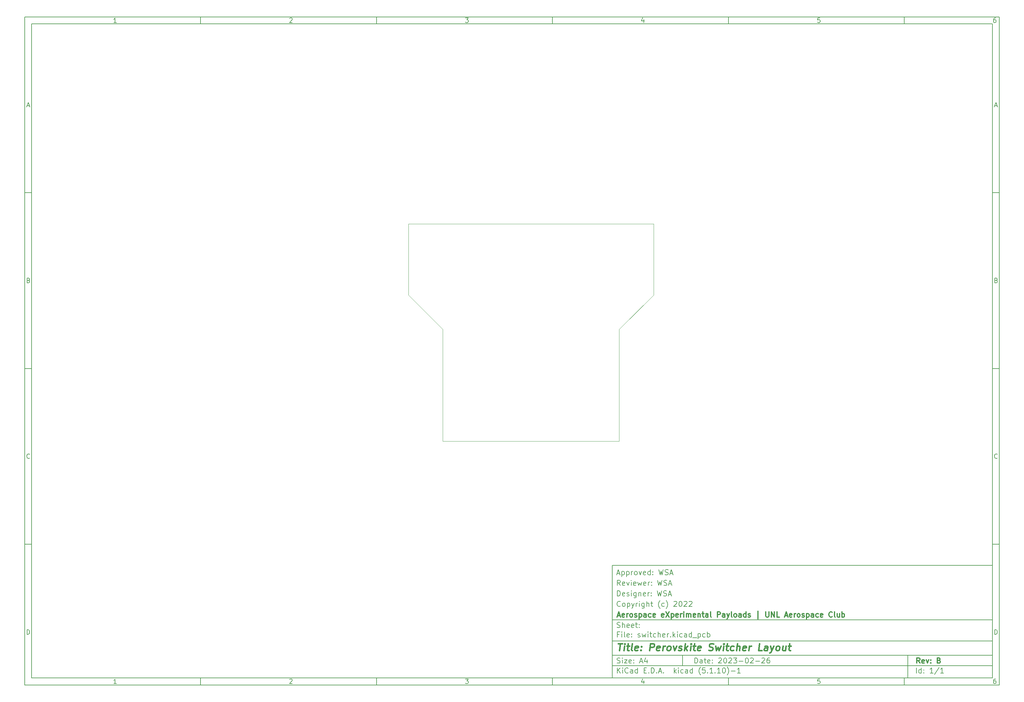
<source format=gbr>
%TF.GenerationSoftware,KiCad,Pcbnew,(5.1.10)-1*%
%TF.CreationDate,2023-02-26T14:00:58-06:00*%
%TF.ProjectId,switcher,73776974-6368-4657-922e-6b696361645f,B*%
%TF.SameCoordinates,Original*%
%TF.FileFunction,Profile,NP*%
%FSLAX46Y46*%
G04 Gerber Fmt 4.6, Leading zero omitted, Abs format (unit mm)*
G04 Created by KiCad (PCBNEW (5.1.10)-1) date 2023-02-26 14:00:58*
%MOMM*%
%LPD*%
G01*
G04 APERTURE LIST*
%ADD10C,0.100000*%
%ADD11C,0.150000*%
%ADD12C,0.300000*%
%ADD13C,0.400000*%
%TA.AperFunction,Profile*%
%ADD14C,0.050000*%
%TD*%
G04 APERTURE END LIST*
D10*
D11*
X177002200Y-166007200D02*
X177002200Y-198007200D01*
X285002200Y-198007200D01*
X285002200Y-166007200D01*
X177002200Y-166007200D01*
D10*
D11*
X10000000Y-10000000D02*
X10000000Y-200007200D01*
X287002200Y-200007200D01*
X287002200Y-10000000D01*
X10000000Y-10000000D01*
D10*
D11*
X12000000Y-12000000D02*
X12000000Y-198007200D01*
X285002200Y-198007200D01*
X285002200Y-12000000D01*
X12000000Y-12000000D01*
D10*
D11*
X60000000Y-12000000D02*
X60000000Y-10000000D01*
D10*
D11*
X110000000Y-12000000D02*
X110000000Y-10000000D01*
D10*
D11*
X160000000Y-12000000D02*
X160000000Y-10000000D01*
D10*
D11*
X210000000Y-12000000D02*
X210000000Y-10000000D01*
D10*
D11*
X260000000Y-12000000D02*
X260000000Y-10000000D01*
D10*
D11*
X36065476Y-11588095D02*
X35322619Y-11588095D01*
X35694047Y-11588095D02*
X35694047Y-10288095D01*
X35570238Y-10473809D01*
X35446428Y-10597619D01*
X35322619Y-10659523D01*
D10*
D11*
X85322619Y-10411904D02*
X85384523Y-10350000D01*
X85508333Y-10288095D01*
X85817857Y-10288095D01*
X85941666Y-10350000D01*
X86003571Y-10411904D01*
X86065476Y-10535714D01*
X86065476Y-10659523D01*
X86003571Y-10845238D01*
X85260714Y-11588095D01*
X86065476Y-11588095D01*
D10*
D11*
X135260714Y-10288095D02*
X136065476Y-10288095D01*
X135632142Y-10783333D01*
X135817857Y-10783333D01*
X135941666Y-10845238D01*
X136003571Y-10907142D01*
X136065476Y-11030952D01*
X136065476Y-11340476D01*
X136003571Y-11464285D01*
X135941666Y-11526190D01*
X135817857Y-11588095D01*
X135446428Y-11588095D01*
X135322619Y-11526190D01*
X135260714Y-11464285D01*
D10*
D11*
X185941666Y-10721428D02*
X185941666Y-11588095D01*
X185632142Y-10226190D02*
X185322619Y-11154761D01*
X186127380Y-11154761D01*
D10*
D11*
X236003571Y-10288095D02*
X235384523Y-10288095D01*
X235322619Y-10907142D01*
X235384523Y-10845238D01*
X235508333Y-10783333D01*
X235817857Y-10783333D01*
X235941666Y-10845238D01*
X236003571Y-10907142D01*
X236065476Y-11030952D01*
X236065476Y-11340476D01*
X236003571Y-11464285D01*
X235941666Y-11526190D01*
X235817857Y-11588095D01*
X235508333Y-11588095D01*
X235384523Y-11526190D01*
X235322619Y-11464285D01*
D10*
D11*
X285941666Y-10288095D02*
X285694047Y-10288095D01*
X285570238Y-10350000D01*
X285508333Y-10411904D01*
X285384523Y-10597619D01*
X285322619Y-10845238D01*
X285322619Y-11340476D01*
X285384523Y-11464285D01*
X285446428Y-11526190D01*
X285570238Y-11588095D01*
X285817857Y-11588095D01*
X285941666Y-11526190D01*
X286003571Y-11464285D01*
X286065476Y-11340476D01*
X286065476Y-11030952D01*
X286003571Y-10907142D01*
X285941666Y-10845238D01*
X285817857Y-10783333D01*
X285570238Y-10783333D01*
X285446428Y-10845238D01*
X285384523Y-10907142D01*
X285322619Y-11030952D01*
D10*
D11*
X60000000Y-198007200D02*
X60000000Y-200007200D01*
D10*
D11*
X110000000Y-198007200D02*
X110000000Y-200007200D01*
D10*
D11*
X160000000Y-198007200D02*
X160000000Y-200007200D01*
D10*
D11*
X210000000Y-198007200D02*
X210000000Y-200007200D01*
D10*
D11*
X260000000Y-198007200D02*
X260000000Y-200007200D01*
D10*
D11*
X36065476Y-199595295D02*
X35322619Y-199595295D01*
X35694047Y-199595295D02*
X35694047Y-198295295D01*
X35570238Y-198481009D01*
X35446428Y-198604819D01*
X35322619Y-198666723D01*
D10*
D11*
X85322619Y-198419104D02*
X85384523Y-198357200D01*
X85508333Y-198295295D01*
X85817857Y-198295295D01*
X85941666Y-198357200D01*
X86003571Y-198419104D01*
X86065476Y-198542914D01*
X86065476Y-198666723D01*
X86003571Y-198852438D01*
X85260714Y-199595295D01*
X86065476Y-199595295D01*
D10*
D11*
X135260714Y-198295295D02*
X136065476Y-198295295D01*
X135632142Y-198790533D01*
X135817857Y-198790533D01*
X135941666Y-198852438D01*
X136003571Y-198914342D01*
X136065476Y-199038152D01*
X136065476Y-199347676D01*
X136003571Y-199471485D01*
X135941666Y-199533390D01*
X135817857Y-199595295D01*
X135446428Y-199595295D01*
X135322619Y-199533390D01*
X135260714Y-199471485D01*
D10*
D11*
X185941666Y-198728628D02*
X185941666Y-199595295D01*
X185632142Y-198233390D02*
X185322619Y-199161961D01*
X186127380Y-199161961D01*
D10*
D11*
X236003571Y-198295295D02*
X235384523Y-198295295D01*
X235322619Y-198914342D01*
X235384523Y-198852438D01*
X235508333Y-198790533D01*
X235817857Y-198790533D01*
X235941666Y-198852438D01*
X236003571Y-198914342D01*
X236065476Y-199038152D01*
X236065476Y-199347676D01*
X236003571Y-199471485D01*
X235941666Y-199533390D01*
X235817857Y-199595295D01*
X235508333Y-199595295D01*
X235384523Y-199533390D01*
X235322619Y-199471485D01*
D10*
D11*
X285941666Y-198295295D02*
X285694047Y-198295295D01*
X285570238Y-198357200D01*
X285508333Y-198419104D01*
X285384523Y-198604819D01*
X285322619Y-198852438D01*
X285322619Y-199347676D01*
X285384523Y-199471485D01*
X285446428Y-199533390D01*
X285570238Y-199595295D01*
X285817857Y-199595295D01*
X285941666Y-199533390D01*
X286003571Y-199471485D01*
X286065476Y-199347676D01*
X286065476Y-199038152D01*
X286003571Y-198914342D01*
X285941666Y-198852438D01*
X285817857Y-198790533D01*
X285570238Y-198790533D01*
X285446428Y-198852438D01*
X285384523Y-198914342D01*
X285322619Y-199038152D01*
D10*
D11*
X10000000Y-60000000D02*
X12000000Y-60000000D01*
D10*
D11*
X10000000Y-110000000D02*
X12000000Y-110000000D01*
D10*
D11*
X10000000Y-160000000D02*
X12000000Y-160000000D01*
D10*
D11*
X10690476Y-35216666D02*
X11309523Y-35216666D01*
X10566666Y-35588095D02*
X11000000Y-34288095D01*
X11433333Y-35588095D01*
D10*
D11*
X11092857Y-84907142D02*
X11278571Y-84969047D01*
X11340476Y-85030952D01*
X11402380Y-85154761D01*
X11402380Y-85340476D01*
X11340476Y-85464285D01*
X11278571Y-85526190D01*
X11154761Y-85588095D01*
X10659523Y-85588095D01*
X10659523Y-84288095D01*
X11092857Y-84288095D01*
X11216666Y-84350000D01*
X11278571Y-84411904D01*
X11340476Y-84535714D01*
X11340476Y-84659523D01*
X11278571Y-84783333D01*
X11216666Y-84845238D01*
X11092857Y-84907142D01*
X10659523Y-84907142D01*
D10*
D11*
X11402380Y-135464285D02*
X11340476Y-135526190D01*
X11154761Y-135588095D01*
X11030952Y-135588095D01*
X10845238Y-135526190D01*
X10721428Y-135402380D01*
X10659523Y-135278571D01*
X10597619Y-135030952D01*
X10597619Y-134845238D01*
X10659523Y-134597619D01*
X10721428Y-134473809D01*
X10845238Y-134350000D01*
X11030952Y-134288095D01*
X11154761Y-134288095D01*
X11340476Y-134350000D01*
X11402380Y-134411904D01*
D10*
D11*
X10659523Y-185588095D02*
X10659523Y-184288095D01*
X10969047Y-184288095D01*
X11154761Y-184350000D01*
X11278571Y-184473809D01*
X11340476Y-184597619D01*
X11402380Y-184845238D01*
X11402380Y-185030952D01*
X11340476Y-185278571D01*
X11278571Y-185402380D01*
X11154761Y-185526190D01*
X10969047Y-185588095D01*
X10659523Y-185588095D01*
D10*
D11*
X287002200Y-60000000D02*
X285002200Y-60000000D01*
D10*
D11*
X287002200Y-110000000D02*
X285002200Y-110000000D01*
D10*
D11*
X287002200Y-160000000D02*
X285002200Y-160000000D01*
D10*
D11*
X285692676Y-35216666D02*
X286311723Y-35216666D01*
X285568866Y-35588095D02*
X286002200Y-34288095D01*
X286435533Y-35588095D01*
D10*
D11*
X286095057Y-84907142D02*
X286280771Y-84969047D01*
X286342676Y-85030952D01*
X286404580Y-85154761D01*
X286404580Y-85340476D01*
X286342676Y-85464285D01*
X286280771Y-85526190D01*
X286156961Y-85588095D01*
X285661723Y-85588095D01*
X285661723Y-84288095D01*
X286095057Y-84288095D01*
X286218866Y-84350000D01*
X286280771Y-84411904D01*
X286342676Y-84535714D01*
X286342676Y-84659523D01*
X286280771Y-84783333D01*
X286218866Y-84845238D01*
X286095057Y-84907142D01*
X285661723Y-84907142D01*
D10*
D11*
X286404580Y-135464285D02*
X286342676Y-135526190D01*
X286156961Y-135588095D01*
X286033152Y-135588095D01*
X285847438Y-135526190D01*
X285723628Y-135402380D01*
X285661723Y-135278571D01*
X285599819Y-135030952D01*
X285599819Y-134845238D01*
X285661723Y-134597619D01*
X285723628Y-134473809D01*
X285847438Y-134350000D01*
X286033152Y-134288095D01*
X286156961Y-134288095D01*
X286342676Y-134350000D01*
X286404580Y-134411904D01*
D10*
D11*
X285661723Y-185588095D02*
X285661723Y-184288095D01*
X285971247Y-184288095D01*
X286156961Y-184350000D01*
X286280771Y-184473809D01*
X286342676Y-184597619D01*
X286404580Y-184845238D01*
X286404580Y-185030952D01*
X286342676Y-185278571D01*
X286280771Y-185402380D01*
X286156961Y-185526190D01*
X285971247Y-185588095D01*
X285661723Y-185588095D01*
D10*
D11*
X200434342Y-193785771D02*
X200434342Y-192285771D01*
X200791485Y-192285771D01*
X201005771Y-192357200D01*
X201148628Y-192500057D01*
X201220057Y-192642914D01*
X201291485Y-192928628D01*
X201291485Y-193142914D01*
X201220057Y-193428628D01*
X201148628Y-193571485D01*
X201005771Y-193714342D01*
X200791485Y-193785771D01*
X200434342Y-193785771D01*
X202577200Y-193785771D02*
X202577200Y-193000057D01*
X202505771Y-192857200D01*
X202362914Y-192785771D01*
X202077200Y-192785771D01*
X201934342Y-192857200D01*
X202577200Y-193714342D02*
X202434342Y-193785771D01*
X202077200Y-193785771D01*
X201934342Y-193714342D01*
X201862914Y-193571485D01*
X201862914Y-193428628D01*
X201934342Y-193285771D01*
X202077200Y-193214342D01*
X202434342Y-193214342D01*
X202577200Y-193142914D01*
X203077200Y-192785771D02*
X203648628Y-192785771D01*
X203291485Y-192285771D02*
X203291485Y-193571485D01*
X203362914Y-193714342D01*
X203505771Y-193785771D01*
X203648628Y-193785771D01*
X204720057Y-193714342D02*
X204577200Y-193785771D01*
X204291485Y-193785771D01*
X204148628Y-193714342D01*
X204077200Y-193571485D01*
X204077200Y-193000057D01*
X204148628Y-192857200D01*
X204291485Y-192785771D01*
X204577200Y-192785771D01*
X204720057Y-192857200D01*
X204791485Y-193000057D01*
X204791485Y-193142914D01*
X204077200Y-193285771D01*
X205434342Y-193642914D02*
X205505771Y-193714342D01*
X205434342Y-193785771D01*
X205362914Y-193714342D01*
X205434342Y-193642914D01*
X205434342Y-193785771D01*
X205434342Y-192857200D02*
X205505771Y-192928628D01*
X205434342Y-193000057D01*
X205362914Y-192928628D01*
X205434342Y-192857200D01*
X205434342Y-193000057D01*
X207220057Y-192428628D02*
X207291485Y-192357200D01*
X207434342Y-192285771D01*
X207791485Y-192285771D01*
X207934342Y-192357200D01*
X208005771Y-192428628D01*
X208077200Y-192571485D01*
X208077200Y-192714342D01*
X208005771Y-192928628D01*
X207148628Y-193785771D01*
X208077200Y-193785771D01*
X209005771Y-192285771D02*
X209148628Y-192285771D01*
X209291485Y-192357200D01*
X209362914Y-192428628D01*
X209434342Y-192571485D01*
X209505771Y-192857200D01*
X209505771Y-193214342D01*
X209434342Y-193500057D01*
X209362914Y-193642914D01*
X209291485Y-193714342D01*
X209148628Y-193785771D01*
X209005771Y-193785771D01*
X208862914Y-193714342D01*
X208791485Y-193642914D01*
X208720057Y-193500057D01*
X208648628Y-193214342D01*
X208648628Y-192857200D01*
X208720057Y-192571485D01*
X208791485Y-192428628D01*
X208862914Y-192357200D01*
X209005771Y-192285771D01*
X210077200Y-192428628D02*
X210148628Y-192357200D01*
X210291485Y-192285771D01*
X210648628Y-192285771D01*
X210791485Y-192357200D01*
X210862914Y-192428628D01*
X210934342Y-192571485D01*
X210934342Y-192714342D01*
X210862914Y-192928628D01*
X210005771Y-193785771D01*
X210934342Y-193785771D01*
X211434342Y-192285771D02*
X212362914Y-192285771D01*
X211862914Y-192857200D01*
X212077200Y-192857200D01*
X212220057Y-192928628D01*
X212291485Y-193000057D01*
X212362914Y-193142914D01*
X212362914Y-193500057D01*
X212291485Y-193642914D01*
X212220057Y-193714342D01*
X212077200Y-193785771D01*
X211648628Y-193785771D01*
X211505771Y-193714342D01*
X211434342Y-193642914D01*
X213005771Y-193214342D02*
X214148628Y-193214342D01*
X215148628Y-192285771D02*
X215291485Y-192285771D01*
X215434342Y-192357200D01*
X215505771Y-192428628D01*
X215577200Y-192571485D01*
X215648628Y-192857200D01*
X215648628Y-193214342D01*
X215577200Y-193500057D01*
X215505771Y-193642914D01*
X215434342Y-193714342D01*
X215291485Y-193785771D01*
X215148628Y-193785771D01*
X215005771Y-193714342D01*
X214934342Y-193642914D01*
X214862914Y-193500057D01*
X214791485Y-193214342D01*
X214791485Y-192857200D01*
X214862914Y-192571485D01*
X214934342Y-192428628D01*
X215005771Y-192357200D01*
X215148628Y-192285771D01*
X216220057Y-192428628D02*
X216291485Y-192357200D01*
X216434342Y-192285771D01*
X216791485Y-192285771D01*
X216934342Y-192357200D01*
X217005771Y-192428628D01*
X217077200Y-192571485D01*
X217077200Y-192714342D01*
X217005771Y-192928628D01*
X216148628Y-193785771D01*
X217077200Y-193785771D01*
X217720057Y-193214342D02*
X218862914Y-193214342D01*
X219505771Y-192428628D02*
X219577200Y-192357200D01*
X219720057Y-192285771D01*
X220077200Y-192285771D01*
X220220057Y-192357200D01*
X220291485Y-192428628D01*
X220362914Y-192571485D01*
X220362914Y-192714342D01*
X220291485Y-192928628D01*
X219434342Y-193785771D01*
X220362914Y-193785771D01*
X221648628Y-192285771D02*
X221362914Y-192285771D01*
X221220057Y-192357200D01*
X221148628Y-192428628D01*
X221005771Y-192642914D01*
X220934342Y-192928628D01*
X220934342Y-193500057D01*
X221005771Y-193642914D01*
X221077200Y-193714342D01*
X221220057Y-193785771D01*
X221505771Y-193785771D01*
X221648628Y-193714342D01*
X221720057Y-193642914D01*
X221791485Y-193500057D01*
X221791485Y-193142914D01*
X221720057Y-193000057D01*
X221648628Y-192928628D01*
X221505771Y-192857200D01*
X221220057Y-192857200D01*
X221077200Y-192928628D01*
X221005771Y-193000057D01*
X220934342Y-193142914D01*
D10*
D11*
X177002200Y-194507200D02*
X285002200Y-194507200D01*
D10*
D11*
X178434342Y-196585771D02*
X178434342Y-195085771D01*
X179291485Y-196585771D02*
X178648628Y-195728628D01*
X179291485Y-195085771D02*
X178434342Y-195942914D01*
X179934342Y-196585771D02*
X179934342Y-195585771D01*
X179934342Y-195085771D02*
X179862914Y-195157200D01*
X179934342Y-195228628D01*
X180005771Y-195157200D01*
X179934342Y-195085771D01*
X179934342Y-195228628D01*
X181505771Y-196442914D02*
X181434342Y-196514342D01*
X181220057Y-196585771D01*
X181077200Y-196585771D01*
X180862914Y-196514342D01*
X180720057Y-196371485D01*
X180648628Y-196228628D01*
X180577200Y-195942914D01*
X180577200Y-195728628D01*
X180648628Y-195442914D01*
X180720057Y-195300057D01*
X180862914Y-195157200D01*
X181077200Y-195085771D01*
X181220057Y-195085771D01*
X181434342Y-195157200D01*
X181505771Y-195228628D01*
X182791485Y-196585771D02*
X182791485Y-195800057D01*
X182720057Y-195657200D01*
X182577200Y-195585771D01*
X182291485Y-195585771D01*
X182148628Y-195657200D01*
X182791485Y-196514342D02*
X182648628Y-196585771D01*
X182291485Y-196585771D01*
X182148628Y-196514342D01*
X182077200Y-196371485D01*
X182077200Y-196228628D01*
X182148628Y-196085771D01*
X182291485Y-196014342D01*
X182648628Y-196014342D01*
X182791485Y-195942914D01*
X184148628Y-196585771D02*
X184148628Y-195085771D01*
X184148628Y-196514342D02*
X184005771Y-196585771D01*
X183720057Y-196585771D01*
X183577200Y-196514342D01*
X183505771Y-196442914D01*
X183434342Y-196300057D01*
X183434342Y-195871485D01*
X183505771Y-195728628D01*
X183577200Y-195657200D01*
X183720057Y-195585771D01*
X184005771Y-195585771D01*
X184148628Y-195657200D01*
X186005771Y-195800057D02*
X186505771Y-195800057D01*
X186720057Y-196585771D02*
X186005771Y-196585771D01*
X186005771Y-195085771D01*
X186720057Y-195085771D01*
X187362914Y-196442914D02*
X187434342Y-196514342D01*
X187362914Y-196585771D01*
X187291485Y-196514342D01*
X187362914Y-196442914D01*
X187362914Y-196585771D01*
X188077200Y-196585771D02*
X188077200Y-195085771D01*
X188434342Y-195085771D01*
X188648628Y-195157200D01*
X188791485Y-195300057D01*
X188862914Y-195442914D01*
X188934342Y-195728628D01*
X188934342Y-195942914D01*
X188862914Y-196228628D01*
X188791485Y-196371485D01*
X188648628Y-196514342D01*
X188434342Y-196585771D01*
X188077200Y-196585771D01*
X189577200Y-196442914D02*
X189648628Y-196514342D01*
X189577200Y-196585771D01*
X189505771Y-196514342D01*
X189577200Y-196442914D01*
X189577200Y-196585771D01*
X190220057Y-196157200D02*
X190934342Y-196157200D01*
X190077200Y-196585771D02*
X190577200Y-195085771D01*
X191077200Y-196585771D01*
X191577200Y-196442914D02*
X191648628Y-196514342D01*
X191577200Y-196585771D01*
X191505771Y-196514342D01*
X191577200Y-196442914D01*
X191577200Y-196585771D01*
X194577200Y-196585771D02*
X194577200Y-195085771D01*
X194720057Y-196014342D02*
X195148628Y-196585771D01*
X195148628Y-195585771D02*
X194577200Y-196157200D01*
X195791485Y-196585771D02*
X195791485Y-195585771D01*
X195791485Y-195085771D02*
X195720057Y-195157200D01*
X195791485Y-195228628D01*
X195862914Y-195157200D01*
X195791485Y-195085771D01*
X195791485Y-195228628D01*
X197148628Y-196514342D02*
X197005771Y-196585771D01*
X196720057Y-196585771D01*
X196577200Y-196514342D01*
X196505771Y-196442914D01*
X196434342Y-196300057D01*
X196434342Y-195871485D01*
X196505771Y-195728628D01*
X196577200Y-195657200D01*
X196720057Y-195585771D01*
X197005771Y-195585771D01*
X197148628Y-195657200D01*
X198434342Y-196585771D02*
X198434342Y-195800057D01*
X198362914Y-195657200D01*
X198220057Y-195585771D01*
X197934342Y-195585771D01*
X197791485Y-195657200D01*
X198434342Y-196514342D02*
X198291485Y-196585771D01*
X197934342Y-196585771D01*
X197791485Y-196514342D01*
X197720057Y-196371485D01*
X197720057Y-196228628D01*
X197791485Y-196085771D01*
X197934342Y-196014342D01*
X198291485Y-196014342D01*
X198434342Y-195942914D01*
X199791485Y-196585771D02*
X199791485Y-195085771D01*
X199791485Y-196514342D02*
X199648628Y-196585771D01*
X199362914Y-196585771D01*
X199220057Y-196514342D01*
X199148628Y-196442914D01*
X199077200Y-196300057D01*
X199077200Y-195871485D01*
X199148628Y-195728628D01*
X199220057Y-195657200D01*
X199362914Y-195585771D01*
X199648628Y-195585771D01*
X199791485Y-195657200D01*
X202077200Y-197157200D02*
X202005771Y-197085771D01*
X201862914Y-196871485D01*
X201791485Y-196728628D01*
X201720057Y-196514342D01*
X201648628Y-196157200D01*
X201648628Y-195871485D01*
X201720057Y-195514342D01*
X201791485Y-195300057D01*
X201862914Y-195157200D01*
X202005771Y-194942914D01*
X202077200Y-194871485D01*
X203362914Y-195085771D02*
X202648628Y-195085771D01*
X202577200Y-195800057D01*
X202648628Y-195728628D01*
X202791485Y-195657200D01*
X203148628Y-195657200D01*
X203291485Y-195728628D01*
X203362914Y-195800057D01*
X203434342Y-195942914D01*
X203434342Y-196300057D01*
X203362914Y-196442914D01*
X203291485Y-196514342D01*
X203148628Y-196585771D01*
X202791485Y-196585771D01*
X202648628Y-196514342D01*
X202577200Y-196442914D01*
X204077200Y-196442914D02*
X204148628Y-196514342D01*
X204077200Y-196585771D01*
X204005771Y-196514342D01*
X204077200Y-196442914D01*
X204077200Y-196585771D01*
X205577200Y-196585771D02*
X204720057Y-196585771D01*
X205148628Y-196585771D02*
X205148628Y-195085771D01*
X205005771Y-195300057D01*
X204862914Y-195442914D01*
X204720057Y-195514342D01*
X206220057Y-196442914D02*
X206291485Y-196514342D01*
X206220057Y-196585771D01*
X206148628Y-196514342D01*
X206220057Y-196442914D01*
X206220057Y-196585771D01*
X207720057Y-196585771D02*
X206862914Y-196585771D01*
X207291485Y-196585771D02*
X207291485Y-195085771D01*
X207148628Y-195300057D01*
X207005771Y-195442914D01*
X206862914Y-195514342D01*
X208648628Y-195085771D02*
X208791485Y-195085771D01*
X208934342Y-195157200D01*
X209005771Y-195228628D01*
X209077200Y-195371485D01*
X209148628Y-195657200D01*
X209148628Y-196014342D01*
X209077200Y-196300057D01*
X209005771Y-196442914D01*
X208934342Y-196514342D01*
X208791485Y-196585771D01*
X208648628Y-196585771D01*
X208505771Y-196514342D01*
X208434342Y-196442914D01*
X208362914Y-196300057D01*
X208291485Y-196014342D01*
X208291485Y-195657200D01*
X208362914Y-195371485D01*
X208434342Y-195228628D01*
X208505771Y-195157200D01*
X208648628Y-195085771D01*
X209648628Y-197157200D02*
X209720057Y-197085771D01*
X209862914Y-196871485D01*
X209934342Y-196728628D01*
X210005771Y-196514342D01*
X210077200Y-196157200D01*
X210077200Y-195871485D01*
X210005771Y-195514342D01*
X209934342Y-195300057D01*
X209862914Y-195157200D01*
X209720057Y-194942914D01*
X209648628Y-194871485D01*
X210791485Y-196014342D02*
X211934342Y-196014342D01*
X213434342Y-196585771D02*
X212577200Y-196585771D01*
X213005771Y-196585771D02*
X213005771Y-195085771D01*
X212862914Y-195300057D01*
X212720057Y-195442914D01*
X212577200Y-195514342D01*
D10*
D11*
X177002200Y-191507200D02*
X285002200Y-191507200D01*
D10*
D12*
X264411485Y-193785771D02*
X263911485Y-193071485D01*
X263554342Y-193785771D02*
X263554342Y-192285771D01*
X264125771Y-192285771D01*
X264268628Y-192357200D01*
X264340057Y-192428628D01*
X264411485Y-192571485D01*
X264411485Y-192785771D01*
X264340057Y-192928628D01*
X264268628Y-193000057D01*
X264125771Y-193071485D01*
X263554342Y-193071485D01*
X265625771Y-193714342D02*
X265482914Y-193785771D01*
X265197200Y-193785771D01*
X265054342Y-193714342D01*
X264982914Y-193571485D01*
X264982914Y-193000057D01*
X265054342Y-192857200D01*
X265197200Y-192785771D01*
X265482914Y-192785771D01*
X265625771Y-192857200D01*
X265697200Y-193000057D01*
X265697200Y-193142914D01*
X264982914Y-193285771D01*
X266197200Y-192785771D02*
X266554342Y-193785771D01*
X266911485Y-192785771D01*
X267482914Y-193642914D02*
X267554342Y-193714342D01*
X267482914Y-193785771D01*
X267411485Y-193714342D01*
X267482914Y-193642914D01*
X267482914Y-193785771D01*
X267482914Y-192857200D02*
X267554342Y-192928628D01*
X267482914Y-193000057D01*
X267411485Y-192928628D01*
X267482914Y-192857200D01*
X267482914Y-193000057D01*
X269840057Y-193000057D02*
X270054342Y-193071485D01*
X270125771Y-193142914D01*
X270197200Y-193285771D01*
X270197200Y-193500057D01*
X270125771Y-193642914D01*
X270054342Y-193714342D01*
X269911485Y-193785771D01*
X269340057Y-193785771D01*
X269340057Y-192285771D01*
X269840057Y-192285771D01*
X269982914Y-192357200D01*
X270054342Y-192428628D01*
X270125771Y-192571485D01*
X270125771Y-192714342D01*
X270054342Y-192857200D01*
X269982914Y-192928628D01*
X269840057Y-193000057D01*
X269340057Y-193000057D01*
D10*
D11*
X178362914Y-193714342D02*
X178577200Y-193785771D01*
X178934342Y-193785771D01*
X179077200Y-193714342D01*
X179148628Y-193642914D01*
X179220057Y-193500057D01*
X179220057Y-193357200D01*
X179148628Y-193214342D01*
X179077200Y-193142914D01*
X178934342Y-193071485D01*
X178648628Y-193000057D01*
X178505771Y-192928628D01*
X178434342Y-192857200D01*
X178362914Y-192714342D01*
X178362914Y-192571485D01*
X178434342Y-192428628D01*
X178505771Y-192357200D01*
X178648628Y-192285771D01*
X179005771Y-192285771D01*
X179220057Y-192357200D01*
X179862914Y-193785771D02*
X179862914Y-192785771D01*
X179862914Y-192285771D02*
X179791485Y-192357200D01*
X179862914Y-192428628D01*
X179934342Y-192357200D01*
X179862914Y-192285771D01*
X179862914Y-192428628D01*
X180434342Y-192785771D02*
X181220057Y-192785771D01*
X180434342Y-193785771D01*
X181220057Y-193785771D01*
X182362914Y-193714342D02*
X182220057Y-193785771D01*
X181934342Y-193785771D01*
X181791485Y-193714342D01*
X181720057Y-193571485D01*
X181720057Y-193000057D01*
X181791485Y-192857200D01*
X181934342Y-192785771D01*
X182220057Y-192785771D01*
X182362914Y-192857200D01*
X182434342Y-193000057D01*
X182434342Y-193142914D01*
X181720057Y-193285771D01*
X183077200Y-193642914D02*
X183148628Y-193714342D01*
X183077200Y-193785771D01*
X183005771Y-193714342D01*
X183077200Y-193642914D01*
X183077200Y-193785771D01*
X183077200Y-192857200D02*
X183148628Y-192928628D01*
X183077200Y-193000057D01*
X183005771Y-192928628D01*
X183077200Y-192857200D01*
X183077200Y-193000057D01*
X184862914Y-193357200D02*
X185577200Y-193357200D01*
X184720057Y-193785771D02*
X185220057Y-192285771D01*
X185720057Y-193785771D01*
X186862914Y-192785771D02*
X186862914Y-193785771D01*
X186505771Y-192214342D02*
X186148628Y-193285771D01*
X187077200Y-193285771D01*
D10*
D11*
X263434342Y-196585771D02*
X263434342Y-195085771D01*
X264791485Y-196585771D02*
X264791485Y-195085771D01*
X264791485Y-196514342D02*
X264648628Y-196585771D01*
X264362914Y-196585771D01*
X264220057Y-196514342D01*
X264148628Y-196442914D01*
X264077200Y-196300057D01*
X264077200Y-195871485D01*
X264148628Y-195728628D01*
X264220057Y-195657200D01*
X264362914Y-195585771D01*
X264648628Y-195585771D01*
X264791485Y-195657200D01*
X265505771Y-196442914D02*
X265577200Y-196514342D01*
X265505771Y-196585771D01*
X265434342Y-196514342D01*
X265505771Y-196442914D01*
X265505771Y-196585771D01*
X265505771Y-195657200D02*
X265577200Y-195728628D01*
X265505771Y-195800057D01*
X265434342Y-195728628D01*
X265505771Y-195657200D01*
X265505771Y-195800057D01*
X268148628Y-196585771D02*
X267291485Y-196585771D01*
X267720057Y-196585771D02*
X267720057Y-195085771D01*
X267577200Y-195300057D01*
X267434342Y-195442914D01*
X267291485Y-195514342D01*
X269862914Y-195014342D02*
X268577200Y-196942914D01*
X271148628Y-196585771D02*
X270291485Y-196585771D01*
X270720057Y-196585771D02*
X270720057Y-195085771D01*
X270577200Y-195300057D01*
X270434342Y-195442914D01*
X270291485Y-195514342D01*
D10*
D11*
X177002200Y-187507200D02*
X285002200Y-187507200D01*
D10*
D13*
X178714580Y-188211961D02*
X179857438Y-188211961D01*
X179036009Y-190211961D02*
X179286009Y-188211961D01*
X180274104Y-190211961D02*
X180440771Y-188878628D01*
X180524104Y-188211961D02*
X180416961Y-188307200D01*
X180500295Y-188402438D01*
X180607438Y-188307200D01*
X180524104Y-188211961D01*
X180500295Y-188402438D01*
X181107438Y-188878628D02*
X181869342Y-188878628D01*
X181476485Y-188211961D02*
X181262200Y-189926247D01*
X181333628Y-190116723D01*
X181512200Y-190211961D01*
X181702676Y-190211961D01*
X182655057Y-190211961D02*
X182476485Y-190116723D01*
X182405057Y-189926247D01*
X182619342Y-188211961D01*
X184190771Y-190116723D02*
X183988390Y-190211961D01*
X183607438Y-190211961D01*
X183428866Y-190116723D01*
X183357438Y-189926247D01*
X183452676Y-189164342D01*
X183571723Y-188973866D01*
X183774104Y-188878628D01*
X184155057Y-188878628D01*
X184333628Y-188973866D01*
X184405057Y-189164342D01*
X184381247Y-189354819D01*
X183405057Y-189545295D01*
X185155057Y-190021485D02*
X185238390Y-190116723D01*
X185131247Y-190211961D01*
X185047914Y-190116723D01*
X185155057Y-190021485D01*
X185131247Y-190211961D01*
X185286009Y-188973866D02*
X185369342Y-189069104D01*
X185262200Y-189164342D01*
X185178866Y-189069104D01*
X185286009Y-188973866D01*
X185262200Y-189164342D01*
X187607438Y-190211961D02*
X187857438Y-188211961D01*
X188619342Y-188211961D01*
X188797914Y-188307200D01*
X188881247Y-188402438D01*
X188952676Y-188592914D01*
X188916961Y-188878628D01*
X188797914Y-189069104D01*
X188690771Y-189164342D01*
X188488390Y-189259580D01*
X187726485Y-189259580D01*
X190381247Y-190116723D02*
X190178866Y-190211961D01*
X189797914Y-190211961D01*
X189619342Y-190116723D01*
X189547914Y-189926247D01*
X189643152Y-189164342D01*
X189762200Y-188973866D01*
X189964580Y-188878628D01*
X190345533Y-188878628D01*
X190524104Y-188973866D01*
X190595533Y-189164342D01*
X190571723Y-189354819D01*
X189595533Y-189545295D01*
X191321723Y-190211961D02*
X191488390Y-188878628D01*
X191440771Y-189259580D02*
X191559819Y-189069104D01*
X191666961Y-188973866D01*
X191869342Y-188878628D01*
X192059819Y-188878628D01*
X192845533Y-190211961D02*
X192666961Y-190116723D01*
X192583628Y-190021485D01*
X192512200Y-189831009D01*
X192583628Y-189259580D01*
X192702676Y-189069104D01*
X192809819Y-188973866D01*
X193012200Y-188878628D01*
X193297914Y-188878628D01*
X193476485Y-188973866D01*
X193559819Y-189069104D01*
X193631247Y-189259580D01*
X193559819Y-189831009D01*
X193440771Y-190021485D01*
X193333628Y-190116723D01*
X193131247Y-190211961D01*
X192845533Y-190211961D01*
X194345533Y-188878628D02*
X194655057Y-190211961D01*
X195297914Y-188878628D01*
X195809819Y-190116723D02*
X195988390Y-190211961D01*
X196369342Y-190211961D01*
X196571723Y-190116723D01*
X196690771Y-189926247D01*
X196702676Y-189831009D01*
X196631247Y-189640533D01*
X196452676Y-189545295D01*
X196166961Y-189545295D01*
X195988390Y-189450057D01*
X195916961Y-189259580D01*
X195928866Y-189164342D01*
X196047914Y-188973866D01*
X196250295Y-188878628D01*
X196536009Y-188878628D01*
X196714580Y-188973866D01*
X197512200Y-190211961D02*
X197762200Y-188211961D01*
X197797914Y-189450057D02*
X198274104Y-190211961D01*
X198440771Y-188878628D02*
X197583628Y-189640533D01*
X199131247Y-190211961D02*
X199297914Y-188878628D01*
X199381247Y-188211961D02*
X199274104Y-188307200D01*
X199357438Y-188402438D01*
X199464580Y-188307200D01*
X199381247Y-188211961D01*
X199357438Y-188402438D01*
X199964580Y-188878628D02*
X200726485Y-188878628D01*
X200333628Y-188211961D02*
X200119342Y-189926247D01*
X200190771Y-190116723D01*
X200369342Y-190211961D01*
X200559819Y-190211961D01*
X202000295Y-190116723D02*
X201797914Y-190211961D01*
X201416961Y-190211961D01*
X201238390Y-190116723D01*
X201166961Y-189926247D01*
X201262200Y-189164342D01*
X201381247Y-188973866D01*
X201583628Y-188878628D01*
X201964580Y-188878628D01*
X202143152Y-188973866D01*
X202214580Y-189164342D01*
X202190771Y-189354819D01*
X201214580Y-189545295D01*
X204381247Y-190116723D02*
X204655057Y-190211961D01*
X205131247Y-190211961D01*
X205333628Y-190116723D01*
X205440771Y-190021485D01*
X205559819Y-189831009D01*
X205583628Y-189640533D01*
X205512200Y-189450057D01*
X205428866Y-189354819D01*
X205250295Y-189259580D01*
X204881247Y-189164342D01*
X204702676Y-189069104D01*
X204619342Y-188973866D01*
X204547914Y-188783390D01*
X204571723Y-188592914D01*
X204690771Y-188402438D01*
X204797914Y-188307200D01*
X205000295Y-188211961D01*
X205476485Y-188211961D01*
X205750295Y-188307200D01*
X206345533Y-188878628D02*
X206559819Y-190211961D01*
X207059819Y-189259580D01*
X207321723Y-190211961D01*
X207869342Y-188878628D01*
X208464580Y-190211961D02*
X208631247Y-188878628D01*
X208714580Y-188211961D02*
X208607438Y-188307200D01*
X208690771Y-188402438D01*
X208797914Y-188307200D01*
X208714580Y-188211961D01*
X208690771Y-188402438D01*
X209297914Y-188878628D02*
X210059819Y-188878628D01*
X209666961Y-188211961D02*
X209452676Y-189926247D01*
X209524104Y-190116723D01*
X209702676Y-190211961D01*
X209893152Y-190211961D01*
X211428866Y-190116723D02*
X211226485Y-190211961D01*
X210845533Y-190211961D01*
X210666961Y-190116723D01*
X210583628Y-190021485D01*
X210512200Y-189831009D01*
X210583628Y-189259580D01*
X210702676Y-189069104D01*
X210809819Y-188973866D01*
X211012200Y-188878628D01*
X211393152Y-188878628D01*
X211571723Y-188973866D01*
X212274104Y-190211961D02*
X212524104Y-188211961D01*
X213131247Y-190211961D02*
X213262200Y-189164342D01*
X213190771Y-188973866D01*
X213012200Y-188878628D01*
X212726485Y-188878628D01*
X212524104Y-188973866D01*
X212416961Y-189069104D01*
X214857438Y-190116723D02*
X214655057Y-190211961D01*
X214274104Y-190211961D01*
X214095533Y-190116723D01*
X214024104Y-189926247D01*
X214119342Y-189164342D01*
X214238390Y-188973866D01*
X214440771Y-188878628D01*
X214821723Y-188878628D01*
X215000295Y-188973866D01*
X215071723Y-189164342D01*
X215047914Y-189354819D01*
X214071723Y-189545295D01*
X215797914Y-190211961D02*
X215964580Y-188878628D01*
X215916961Y-189259580D02*
X216036009Y-189069104D01*
X216143152Y-188973866D01*
X216345533Y-188878628D01*
X216536009Y-188878628D01*
X219512200Y-190211961D02*
X218559819Y-190211961D01*
X218809819Y-188211961D01*
X221036009Y-190211961D02*
X221166961Y-189164342D01*
X221095533Y-188973866D01*
X220916961Y-188878628D01*
X220536009Y-188878628D01*
X220333628Y-188973866D01*
X221047914Y-190116723D02*
X220845533Y-190211961D01*
X220369342Y-190211961D01*
X220190771Y-190116723D01*
X220119342Y-189926247D01*
X220143152Y-189735771D01*
X220262200Y-189545295D01*
X220464580Y-189450057D01*
X220940771Y-189450057D01*
X221143152Y-189354819D01*
X221964580Y-188878628D02*
X222274104Y-190211961D01*
X222916961Y-188878628D02*
X222274104Y-190211961D01*
X222024104Y-190688152D01*
X221916961Y-190783390D01*
X221714580Y-190878628D01*
X223797914Y-190211961D02*
X223619342Y-190116723D01*
X223536009Y-190021485D01*
X223464580Y-189831009D01*
X223536009Y-189259580D01*
X223655057Y-189069104D01*
X223762200Y-188973866D01*
X223964580Y-188878628D01*
X224250295Y-188878628D01*
X224428866Y-188973866D01*
X224512200Y-189069104D01*
X224583628Y-189259580D01*
X224512199Y-189831009D01*
X224393152Y-190021485D01*
X224286009Y-190116723D01*
X224083628Y-190211961D01*
X223797914Y-190211961D01*
X226345533Y-188878628D02*
X226178866Y-190211961D01*
X225488390Y-188878628D02*
X225357438Y-189926247D01*
X225428866Y-190116723D01*
X225607438Y-190211961D01*
X225893152Y-190211961D01*
X226095533Y-190116723D01*
X226202676Y-190021485D01*
X227012199Y-188878628D02*
X227774104Y-188878628D01*
X227381247Y-188211961D02*
X227166961Y-189926247D01*
X227238390Y-190116723D01*
X227416961Y-190211961D01*
X227607438Y-190211961D01*
D10*
D11*
X178934342Y-185600057D02*
X178434342Y-185600057D01*
X178434342Y-186385771D02*
X178434342Y-184885771D01*
X179148628Y-184885771D01*
X179720057Y-186385771D02*
X179720057Y-185385771D01*
X179720057Y-184885771D02*
X179648628Y-184957200D01*
X179720057Y-185028628D01*
X179791485Y-184957200D01*
X179720057Y-184885771D01*
X179720057Y-185028628D01*
X180648628Y-186385771D02*
X180505771Y-186314342D01*
X180434342Y-186171485D01*
X180434342Y-184885771D01*
X181791485Y-186314342D02*
X181648628Y-186385771D01*
X181362914Y-186385771D01*
X181220057Y-186314342D01*
X181148628Y-186171485D01*
X181148628Y-185600057D01*
X181220057Y-185457200D01*
X181362914Y-185385771D01*
X181648628Y-185385771D01*
X181791485Y-185457200D01*
X181862914Y-185600057D01*
X181862914Y-185742914D01*
X181148628Y-185885771D01*
X182505771Y-186242914D02*
X182577200Y-186314342D01*
X182505771Y-186385771D01*
X182434342Y-186314342D01*
X182505771Y-186242914D01*
X182505771Y-186385771D01*
X182505771Y-185457200D02*
X182577200Y-185528628D01*
X182505771Y-185600057D01*
X182434342Y-185528628D01*
X182505771Y-185457200D01*
X182505771Y-185600057D01*
X184291485Y-186314342D02*
X184434342Y-186385771D01*
X184720057Y-186385771D01*
X184862914Y-186314342D01*
X184934342Y-186171485D01*
X184934342Y-186100057D01*
X184862914Y-185957200D01*
X184720057Y-185885771D01*
X184505771Y-185885771D01*
X184362914Y-185814342D01*
X184291485Y-185671485D01*
X184291485Y-185600057D01*
X184362914Y-185457200D01*
X184505771Y-185385771D01*
X184720057Y-185385771D01*
X184862914Y-185457200D01*
X185434342Y-185385771D02*
X185720057Y-186385771D01*
X186005771Y-185671485D01*
X186291485Y-186385771D01*
X186577200Y-185385771D01*
X187148628Y-186385771D02*
X187148628Y-185385771D01*
X187148628Y-184885771D02*
X187077200Y-184957200D01*
X187148628Y-185028628D01*
X187220057Y-184957200D01*
X187148628Y-184885771D01*
X187148628Y-185028628D01*
X187648628Y-185385771D02*
X188220057Y-185385771D01*
X187862914Y-184885771D02*
X187862914Y-186171485D01*
X187934342Y-186314342D01*
X188077200Y-186385771D01*
X188220057Y-186385771D01*
X189362914Y-186314342D02*
X189220057Y-186385771D01*
X188934342Y-186385771D01*
X188791485Y-186314342D01*
X188720057Y-186242914D01*
X188648628Y-186100057D01*
X188648628Y-185671485D01*
X188720057Y-185528628D01*
X188791485Y-185457200D01*
X188934342Y-185385771D01*
X189220057Y-185385771D01*
X189362914Y-185457200D01*
X190005771Y-186385771D02*
X190005771Y-184885771D01*
X190648628Y-186385771D02*
X190648628Y-185600057D01*
X190577200Y-185457200D01*
X190434342Y-185385771D01*
X190220057Y-185385771D01*
X190077200Y-185457200D01*
X190005771Y-185528628D01*
X191934342Y-186314342D02*
X191791485Y-186385771D01*
X191505771Y-186385771D01*
X191362914Y-186314342D01*
X191291485Y-186171485D01*
X191291485Y-185600057D01*
X191362914Y-185457200D01*
X191505771Y-185385771D01*
X191791485Y-185385771D01*
X191934342Y-185457200D01*
X192005771Y-185600057D01*
X192005771Y-185742914D01*
X191291485Y-185885771D01*
X192648628Y-186385771D02*
X192648628Y-185385771D01*
X192648628Y-185671485D02*
X192720057Y-185528628D01*
X192791485Y-185457200D01*
X192934342Y-185385771D01*
X193077200Y-185385771D01*
X193577200Y-186242914D02*
X193648628Y-186314342D01*
X193577200Y-186385771D01*
X193505771Y-186314342D01*
X193577200Y-186242914D01*
X193577200Y-186385771D01*
X194291485Y-186385771D02*
X194291485Y-184885771D01*
X194434342Y-185814342D02*
X194862914Y-186385771D01*
X194862914Y-185385771D02*
X194291485Y-185957200D01*
X195505771Y-186385771D02*
X195505771Y-185385771D01*
X195505771Y-184885771D02*
X195434342Y-184957200D01*
X195505771Y-185028628D01*
X195577200Y-184957200D01*
X195505771Y-184885771D01*
X195505771Y-185028628D01*
X196862914Y-186314342D02*
X196720057Y-186385771D01*
X196434342Y-186385771D01*
X196291485Y-186314342D01*
X196220057Y-186242914D01*
X196148628Y-186100057D01*
X196148628Y-185671485D01*
X196220057Y-185528628D01*
X196291485Y-185457200D01*
X196434342Y-185385771D01*
X196720057Y-185385771D01*
X196862914Y-185457200D01*
X198148628Y-186385771D02*
X198148628Y-185600057D01*
X198077200Y-185457200D01*
X197934342Y-185385771D01*
X197648628Y-185385771D01*
X197505771Y-185457200D01*
X198148628Y-186314342D02*
X198005771Y-186385771D01*
X197648628Y-186385771D01*
X197505771Y-186314342D01*
X197434342Y-186171485D01*
X197434342Y-186028628D01*
X197505771Y-185885771D01*
X197648628Y-185814342D01*
X198005771Y-185814342D01*
X198148628Y-185742914D01*
X199505771Y-186385771D02*
X199505771Y-184885771D01*
X199505771Y-186314342D02*
X199362914Y-186385771D01*
X199077200Y-186385771D01*
X198934342Y-186314342D01*
X198862914Y-186242914D01*
X198791485Y-186100057D01*
X198791485Y-185671485D01*
X198862914Y-185528628D01*
X198934342Y-185457200D01*
X199077200Y-185385771D01*
X199362914Y-185385771D01*
X199505771Y-185457200D01*
X199862914Y-186528628D02*
X201005771Y-186528628D01*
X201362914Y-185385771D02*
X201362914Y-186885771D01*
X201362914Y-185457200D02*
X201505771Y-185385771D01*
X201791485Y-185385771D01*
X201934342Y-185457200D01*
X202005771Y-185528628D01*
X202077200Y-185671485D01*
X202077200Y-186100057D01*
X202005771Y-186242914D01*
X201934342Y-186314342D01*
X201791485Y-186385771D01*
X201505771Y-186385771D01*
X201362914Y-186314342D01*
X203362914Y-186314342D02*
X203220057Y-186385771D01*
X202934342Y-186385771D01*
X202791485Y-186314342D01*
X202720057Y-186242914D01*
X202648628Y-186100057D01*
X202648628Y-185671485D01*
X202720057Y-185528628D01*
X202791485Y-185457200D01*
X202934342Y-185385771D01*
X203220057Y-185385771D01*
X203362914Y-185457200D01*
X204005771Y-186385771D02*
X204005771Y-184885771D01*
X204005771Y-185457200D02*
X204148628Y-185385771D01*
X204434342Y-185385771D01*
X204577200Y-185457200D01*
X204648628Y-185528628D01*
X204720057Y-185671485D01*
X204720057Y-186100057D01*
X204648628Y-186242914D01*
X204577200Y-186314342D01*
X204434342Y-186385771D01*
X204148628Y-186385771D01*
X204005771Y-186314342D01*
D10*
D11*
X177002200Y-181507200D02*
X285002200Y-181507200D01*
D10*
D11*
X178362914Y-183614342D02*
X178577200Y-183685771D01*
X178934342Y-183685771D01*
X179077200Y-183614342D01*
X179148628Y-183542914D01*
X179220057Y-183400057D01*
X179220057Y-183257200D01*
X179148628Y-183114342D01*
X179077200Y-183042914D01*
X178934342Y-182971485D01*
X178648628Y-182900057D01*
X178505771Y-182828628D01*
X178434342Y-182757200D01*
X178362914Y-182614342D01*
X178362914Y-182471485D01*
X178434342Y-182328628D01*
X178505771Y-182257200D01*
X178648628Y-182185771D01*
X179005771Y-182185771D01*
X179220057Y-182257200D01*
X179862914Y-183685771D02*
X179862914Y-182185771D01*
X180505771Y-183685771D02*
X180505771Y-182900057D01*
X180434342Y-182757200D01*
X180291485Y-182685771D01*
X180077200Y-182685771D01*
X179934342Y-182757200D01*
X179862914Y-182828628D01*
X181791485Y-183614342D02*
X181648628Y-183685771D01*
X181362914Y-183685771D01*
X181220057Y-183614342D01*
X181148628Y-183471485D01*
X181148628Y-182900057D01*
X181220057Y-182757200D01*
X181362914Y-182685771D01*
X181648628Y-182685771D01*
X181791485Y-182757200D01*
X181862914Y-182900057D01*
X181862914Y-183042914D01*
X181148628Y-183185771D01*
X183077200Y-183614342D02*
X182934342Y-183685771D01*
X182648628Y-183685771D01*
X182505771Y-183614342D01*
X182434342Y-183471485D01*
X182434342Y-182900057D01*
X182505771Y-182757200D01*
X182648628Y-182685771D01*
X182934342Y-182685771D01*
X183077200Y-182757200D01*
X183148628Y-182900057D01*
X183148628Y-183042914D01*
X182434342Y-183185771D01*
X183577200Y-182685771D02*
X184148628Y-182685771D01*
X183791485Y-182185771D02*
X183791485Y-183471485D01*
X183862914Y-183614342D01*
X184005771Y-183685771D01*
X184148628Y-183685771D01*
X184648628Y-183542914D02*
X184720057Y-183614342D01*
X184648628Y-183685771D01*
X184577200Y-183614342D01*
X184648628Y-183542914D01*
X184648628Y-183685771D01*
X184648628Y-182757200D02*
X184720057Y-182828628D01*
X184648628Y-182900057D01*
X184577200Y-182828628D01*
X184648628Y-182757200D01*
X184648628Y-182900057D01*
D10*
D12*
X178482914Y-180257200D02*
X179197200Y-180257200D01*
X178340057Y-180685771D02*
X178840057Y-179185771D01*
X179340057Y-180685771D01*
X180411485Y-180614342D02*
X180268628Y-180685771D01*
X179982914Y-180685771D01*
X179840057Y-180614342D01*
X179768628Y-180471485D01*
X179768628Y-179900057D01*
X179840057Y-179757200D01*
X179982914Y-179685771D01*
X180268628Y-179685771D01*
X180411485Y-179757200D01*
X180482914Y-179900057D01*
X180482914Y-180042914D01*
X179768628Y-180185771D01*
X181125771Y-180685771D02*
X181125771Y-179685771D01*
X181125771Y-179971485D02*
X181197200Y-179828628D01*
X181268628Y-179757200D01*
X181411485Y-179685771D01*
X181554342Y-179685771D01*
X182268628Y-180685771D02*
X182125771Y-180614342D01*
X182054342Y-180542914D01*
X181982914Y-180400057D01*
X181982914Y-179971485D01*
X182054342Y-179828628D01*
X182125771Y-179757200D01*
X182268628Y-179685771D01*
X182482914Y-179685771D01*
X182625771Y-179757200D01*
X182697200Y-179828628D01*
X182768628Y-179971485D01*
X182768628Y-180400057D01*
X182697200Y-180542914D01*
X182625771Y-180614342D01*
X182482914Y-180685771D01*
X182268628Y-180685771D01*
X183340057Y-180614342D02*
X183482914Y-180685771D01*
X183768628Y-180685771D01*
X183911485Y-180614342D01*
X183982914Y-180471485D01*
X183982914Y-180400057D01*
X183911485Y-180257200D01*
X183768628Y-180185771D01*
X183554342Y-180185771D01*
X183411485Y-180114342D01*
X183340057Y-179971485D01*
X183340057Y-179900057D01*
X183411485Y-179757200D01*
X183554342Y-179685771D01*
X183768628Y-179685771D01*
X183911485Y-179757200D01*
X184625771Y-179685771D02*
X184625771Y-181185771D01*
X184625771Y-179757200D02*
X184768628Y-179685771D01*
X185054342Y-179685771D01*
X185197200Y-179757200D01*
X185268628Y-179828628D01*
X185340057Y-179971485D01*
X185340057Y-180400057D01*
X185268628Y-180542914D01*
X185197200Y-180614342D01*
X185054342Y-180685771D01*
X184768628Y-180685771D01*
X184625771Y-180614342D01*
X186625771Y-180685771D02*
X186625771Y-179900057D01*
X186554342Y-179757200D01*
X186411485Y-179685771D01*
X186125771Y-179685771D01*
X185982914Y-179757200D01*
X186625771Y-180614342D02*
X186482914Y-180685771D01*
X186125771Y-180685771D01*
X185982914Y-180614342D01*
X185911485Y-180471485D01*
X185911485Y-180328628D01*
X185982914Y-180185771D01*
X186125771Y-180114342D01*
X186482914Y-180114342D01*
X186625771Y-180042914D01*
X187982914Y-180614342D02*
X187840057Y-180685771D01*
X187554342Y-180685771D01*
X187411485Y-180614342D01*
X187340057Y-180542914D01*
X187268628Y-180400057D01*
X187268628Y-179971485D01*
X187340057Y-179828628D01*
X187411485Y-179757200D01*
X187554342Y-179685771D01*
X187840057Y-179685771D01*
X187982914Y-179757200D01*
X189197200Y-180614342D02*
X189054342Y-180685771D01*
X188768628Y-180685771D01*
X188625771Y-180614342D01*
X188554342Y-180471485D01*
X188554342Y-179900057D01*
X188625771Y-179757200D01*
X188768628Y-179685771D01*
X189054342Y-179685771D01*
X189197200Y-179757200D01*
X189268628Y-179900057D01*
X189268628Y-180042914D01*
X188554342Y-180185771D01*
X191625771Y-180614342D02*
X191482914Y-180685771D01*
X191197200Y-180685771D01*
X191054342Y-180614342D01*
X190982914Y-180471485D01*
X190982914Y-179900057D01*
X191054342Y-179757200D01*
X191197200Y-179685771D01*
X191482914Y-179685771D01*
X191625771Y-179757200D01*
X191697200Y-179900057D01*
X191697200Y-180042914D01*
X190982914Y-180185771D01*
X192197200Y-179185771D02*
X193197200Y-180685771D01*
X193197200Y-179185771D02*
X192197200Y-180685771D01*
X193768628Y-179685771D02*
X193768628Y-181185771D01*
X193768628Y-179757200D02*
X193911485Y-179685771D01*
X194197200Y-179685771D01*
X194340057Y-179757200D01*
X194411485Y-179828628D01*
X194482914Y-179971485D01*
X194482914Y-180400057D01*
X194411485Y-180542914D01*
X194340057Y-180614342D01*
X194197200Y-180685771D01*
X193911485Y-180685771D01*
X193768628Y-180614342D01*
X195697200Y-180614342D02*
X195554342Y-180685771D01*
X195268628Y-180685771D01*
X195125771Y-180614342D01*
X195054342Y-180471485D01*
X195054342Y-179900057D01*
X195125771Y-179757200D01*
X195268628Y-179685771D01*
X195554342Y-179685771D01*
X195697200Y-179757200D01*
X195768628Y-179900057D01*
X195768628Y-180042914D01*
X195054342Y-180185771D01*
X196411485Y-180685771D02*
X196411485Y-179685771D01*
X196411485Y-179971485D02*
X196482914Y-179828628D01*
X196554342Y-179757200D01*
X196697200Y-179685771D01*
X196840057Y-179685771D01*
X197340057Y-180685771D02*
X197340057Y-179685771D01*
X197340057Y-179185771D02*
X197268628Y-179257200D01*
X197340057Y-179328628D01*
X197411485Y-179257200D01*
X197340057Y-179185771D01*
X197340057Y-179328628D01*
X198054342Y-180685771D02*
X198054342Y-179685771D01*
X198054342Y-179828628D02*
X198125771Y-179757200D01*
X198268628Y-179685771D01*
X198482914Y-179685771D01*
X198625771Y-179757200D01*
X198697200Y-179900057D01*
X198697200Y-180685771D01*
X198697200Y-179900057D02*
X198768628Y-179757200D01*
X198911485Y-179685771D01*
X199125771Y-179685771D01*
X199268628Y-179757200D01*
X199340057Y-179900057D01*
X199340057Y-180685771D01*
X200625771Y-180614342D02*
X200482914Y-180685771D01*
X200197200Y-180685771D01*
X200054342Y-180614342D01*
X199982914Y-180471485D01*
X199982914Y-179900057D01*
X200054342Y-179757200D01*
X200197200Y-179685771D01*
X200482914Y-179685771D01*
X200625771Y-179757200D01*
X200697200Y-179900057D01*
X200697200Y-180042914D01*
X199982914Y-180185771D01*
X201340057Y-179685771D02*
X201340057Y-180685771D01*
X201340057Y-179828628D02*
X201411485Y-179757200D01*
X201554342Y-179685771D01*
X201768628Y-179685771D01*
X201911485Y-179757200D01*
X201982914Y-179900057D01*
X201982914Y-180685771D01*
X202482914Y-179685771D02*
X203054342Y-179685771D01*
X202697200Y-179185771D02*
X202697200Y-180471485D01*
X202768628Y-180614342D01*
X202911485Y-180685771D01*
X203054342Y-180685771D01*
X204197200Y-180685771D02*
X204197200Y-179900057D01*
X204125771Y-179757200D01*
X203982914Y-179685771D01*
X203697200Y-179685771D01*
X203554342Y-179757200D01*
X204197200Y-180614342D02*
X204054342Y-180685771D01*
X203697200Y-180685771D01*
X203554342Y-180614342D01*
X203482914Y-180471485D01*
X203482914Y-180328628D01*
X203554342Y-180185771D01*
X203697200Y-180114342D01*
X204054342Y-180114342D01*
X204197200Y-180042914D01*
X205125771Y-180685771D02*
X204982914Y-180614342D01*
X204911485Y-180471485D01*
X204911485Y-179185771D01*
X206840057Y-180685771D02*
X206840057Y-179185771D01*
X207411485Y-179185771D01*
X207554342Y-179257200D01*
X207625771Y-179328628D01*
X207697200Y-179471485D01*
X207697200Y-179685771D01*
X207625771Y-179828628D01*
X207554342Y-179900057D01*
X207411485Y-179971485D01*
X206840057Y-179971485D01*
X208982914Y-180685771D02*
X208982914Y-179900057D01*
X208911485Y-179757200D01*
X208768628Y-179685771D01*
X208482914Y-179685771D01*
X208340057Y-179757200D01*
X208982914Y-180614342D02*
X208840057Y-180685771D01*
X208482914Y-180685771D01*
X208340057Y-180614342D01*
X208268628Y-180471485D01*
X208268628Y-180328628D01*
X208340057Y-180185771D01*
X208482914Y-180114342D01*
X208840057Y-180114342D01*
X208982914Y-180042914D01*
X209554342Y-179685771D02*
X209911485Y-180685771D01*
X210268628Y-179685771D02*
X209911485Y-180685771D01*
X209768628Y-181042914D01*
X209697200Y-181114342D01*
X209554342Y-181185771D01*
X211054342Y-180685771D02*
X210911485Y-180614342D01*
X210840057Y-180471485D01*
X210840057Y-179185771D01*
X211840057Y-180685771D02*
X211697200Y-180614342D01*
X211625771Y-180542914D01*
X211554342Y-180400057D01*
X211554342Y-179971485D01*
X211625771Y-179828628D01*
X211697200Y-179757200D01*
X211840057Y-179685771D01*
X212054342Y-179685771D01*
X212197200Y-179757200D01*
X212268628Y-179828628D01*
X212340057Y-179971485D01*
X212340057Y-180400057D01*
X212268628Y-180542914D01*
X212197200Y-180614342D01*
X212054342Y-180685771D01*
X211840057Y-180685771D01*
X213625771Y-180685771D02*
X213625771Y-179900057D01*
X213554342Y-179757200D01*
X213411485Y-179685771D01*
X213125771Y-179685771D01*
X212982914Y-179757200D01*
X213625771Y-180614342D02*
X213482914Y-180685771D01*
X213125771Y-180685771D01*
X212982914Y-180614342D01*
X212911485Y-180471485D01*
X212911485Y-180328628D01*
X212982914Y-180185771D01*
X213125771Y-180114342D01*
X213482914Y-180114342D01*
X213625771Y-180042914D01*
X214982914Y-180685771D02*
X214982914Y-179185771D01*
X214982914Y-180614342D02*
X214840057Y-180685771D01*
X214554342Y-180685771D01*
X214411485Y-180614342D01*
X214340057Y-180542914D01*
X214268628Y-180400057D01*
X214268628Y-179971485D01*
X214340057Y-179828628D01*
X214411485Y-179757200D01*
X214554342Y-179685771D01*
X214840057Y-179685771D01*
X214982914Y-179757200D01*
X215625771Y-180614342D02*
X215768628Y-180685771D01*
X216054342Y-180685771D01*
X216197200Y-180614342D01*
X216268628Y-180471485D01*
X216268628Y-180400057D01*
X216197200Y-180257200D01*
X216054342Y-180185771D01*
X215840057Y-180185771D01*
X215697200Y-180114342D01*
X215625771Y-179971485D01*
X215625771Y-179900057D01*
X215697200Y-179757200D01*
X215840057Y-179685771D01*
X216054342Y-179685771D01*
X216197200Y-179757200D01*
X218411485Y-181185771D02*
X218411485Y-179042914D01*
X220625771Y-179185771D02*
X220625771Y-180400057D01*
X220697200Y-180542914D01*
X220768628Y-180614342D01*
X220911485Y-180685771D01*
X221197200Y-180685771D01*
X221340057Y-180614342D01*
X221411485Y-180542914D01*
X221482914Y-180400057D01*
X221482914Y-179185771D01*
X222197200Y-180685771D02*
X222197200Y-179185771D01*
X223054342Y-180685771D01*
X223054342Y-179185771D01*
X224482914Y-180685771D02*
X223768628Y-180685771D01*
X223768628Y-179185771D01*
X226054342Y-180257200D02*
X226768628Y-180257200D01*
X225911485Y-180685771D02*
X226411485Y-179185771D01*
X226911485Y-180685771D01*
X227982914Y-180614342D02*
X227840057Y-180685771D01*
X227554342Y-180685771D01*
X227411485Y-180614342D01*
X227340057Y-180471485D01*
X227340057Y-179900057D01*
X227411485Y-179757200D01*
X227554342Y-179685771D01*
X227840057Y-179685771D01*
X227982914Y-179757200D01*
X228054342Y-179900057D01*
X228054342Y-180042914D01*
X227340057Y-180185771D01*
X228697200Y-180685771D02*
X228697200Y-179685771D01*
X228697200Y-179971485D02*
X228768628Y-179828628D01*
X228840057Y-179757200D01*
X228982914Y-179685771D01*
X229125771Y-179685771D01*
X229840057Y-180685771D02*
X229697200Y-180614342D01*
X229625771Y-180542914D01*
X229554342Y-180400057D01*
X229554342Y-179971485D01*
X229625771Y-179828628D01*
X229697200Y-179757200D01*
X229840057Y-179685771D01*
X230054342Y-179685771D01*
X230197200Y-179757200D01*
X230268628Y-179828628D01*
X230340057Y-179971485D01*
X230340057Y-180400057D01*
X230268628Y-180542914D01*
X230197200Y-180614342D01*
X230054342Y-180685771D01*
X229840057Y-180685771D01*
X230911485Y-180614342D02*
X231054342Y-180685771D01*
X231340057Y-180685771D01*
X231482914Y-180614342D01*
X231554342Y-180471485D01*
X231554342Y-180400057D01*
X231482914Y-180257200D01*
X231340057Y-180185771D01*
X231125771Y-180185771D01*
X230982914Y-180114342D01*
X230911485Y-179971485D01*
X230911485Y-179900057D01*
X230982914Y-179757200D01*
X231125771Y-179685771D01*
X231340057Y-179685771D01*
X231482914Y-179757200D01*
X232197200Y-179685771D02*
X232197200Y-181185771D01*
X232197200Y-179757200D02*
X232340057Y-179685771D01*
X232625771Y-179685771D01*
X232768628Y-179757200D01*
X232840057Y-179828628D01*
X232911485Y-179971485D01*
X232911485Y-180400057D01*
X232840057Y-180542914D01*
X232768628Y-180614342D01*
X232625771Y-180685771D01*
X232340057Y-180685771D01*
X232197200Y-180614342D01*
X234197200Y-180685771D02*
X234197200Y-179900057D01*
X234125771Y-179757200D01*
X233982914Y-179685771D01*
X233697200Y-179685771D01*
X233554342Y-179757200D01*
X234197200Y-180614342D02*
X234054342Y-180685771D01*
X233697200Y-180685771D01*
X233554342Y-180614342D01*
X233482914Y-180471485D01*
X233482914Y-180328628D01*
X233554342Y-180185771D01*
X233697200Y-180114342D01*
X234054342Y-180114342D01*
X234197200Y-180042914D01*
X235554342Y-180614342D02*
X235411485Y-180685771D01*
X235125771Y-180685771D01*
X234982914Y-180614342D01*
X234911485Y-180542914D01*
X234840057Y-180400057D01*
X234840057Y-179971485D01*
X234911485Y-179828628D01*
X234982914Y-179757200D01*
X235125771Y-179685771D01*
X235411485Y-179685771D01*
X235554342Y-179757200D01*
X236768628Y-180614342D02*
X236625771Y-180685771D01*
X236340057Y-180685771D01*
X236197200Y-180614342D01*
X236125771Y-180471485D01*
X236125771Y-179900057D01*
X236197200Y-179757200D01*
X236340057Y-179685771D01*
X236625771Y-179685771D01*
X236768628Y-179757200D01*
X236840057Y-179900057D01*
X236840057Y-180042914D01*
X236125771Y-180185771D01*
X239482914Y-180542914D02*
X239411485Y-180614342D01*
X239197200Y-180685771D01*
X239054342Y-180685771D01*
X238840057Y-180614342D01*
X238697200Y-180471485D01*
X238625771Y-180328628D01*
X238554342Y-180042914D01*
X238554342Y-179828628D01*
X238625771Y-179542914D01*
X238697200Y-179400057D01*
X238840057Y-179257200D01*
X239054342Y-179185771D01*
X239197200Y-179185771D01*
X239411485Y-179257200D01*
X239482914Y-179328628D01*
X240340057Y-180685771D02*
X240197200Y-180614342D01*
X240125771Y-180471485D01*
X240125771Y-179185771D01*
X241554342Y-179685771D02*
X241554342Y-180685771D01*
X240911485Y-179685771D02*
X240911485Y-180471485D01*
X240982914Y-180614342D01*
X241125771Y-180685771D01*
X241340057Y-180685771D01*
X241482914Y-180614342D01*
X241554342Y-180542914D01*
X242268628Y-180685771D02*
X242268628Y-179185771D01*
X242268628Y-179757200D02*
X242411485Y-179685771D01*
X242697200Y-179685771D01*
X242840057Y-179757200D01*
X242911485Y-179828628D01*
X242982914Y-179971485D01*
X242982914Y-180400057D01*
X242911485Y-180542914D01*
X242840057Y-180614342D01*
X242697200Y-180685771D01*
X242411485Y-180685771D01*
X242268628Y-180614342D01*
D10*
D11*
X179291485Y-177542914D02*
X179220057Y-177614342D01*
X179005771Y-177685771D01*
X178862914Y-177685771D01*
X178648628Y-177614342D01*
X178505771Y-177471485D01*
X178434342Y-177328628D01*
X178362914Y-177042914D01*
X178362914Y-176828628D01*
X178434342Y-176542914D01*
X178505771Y-176400057D01*
X178648628Y-176257200D01*
X178862914Y-176185771D01*
X179005771Y-176185771D01*
X179220057Y-176257200D01*
X179291485Y-176328628D01*
X180148628Y-177685771D02*
X180005771Y-177614342D01*
X179934342Y-177542914D01*
X179862914Y-177400057D01*
X179862914Y-176971485D01*
X179934342Y-176828628D01*
X180005771Y-176757200D01*
X180148628Y-176685771D01*
X180362914Y-176685771D01*
X180505771Y-176757200D01*
X180577200Y-176828628D01*
X180648628Y-176971485D01*
X180648628Y-177400057D01*
X180577200Y-177542914D01*
X180505771Y-177614342D01*
X180362914Y-177685771D01*
X180148628Y-177685771D01*
X181291485Y-176685771D02*
X181291485Y-178185771D01*
X181291485Y-176757200D02*
X181434342Y-176685771D01*
X181720057Y-176685771D01*
X181862914Y-176757200D01*
X181934342Y-176828628D01*
X182005771Y-176971485D01*
X182005771Y-177400057D01*
X181934342Y-177542914D01*
X181862914Y-177614342D01*
X181720057Y-177685771D01*
X181434342Y-177685771D01*
X181291485Y-177614342D01*
X182505771Y-176685771D02*
X182862914Y-177685771D01*
X183220057Y-176685771D02*
X182862914Y-177685771D01*
X182720057Y-178042914D01*
X182648628Y-178114342D01*
X182505771Y-178185771D01*
X183791485Y-177685771D02*
X183791485Y-176685771D01*
X183791485Y-176971485D02*
X183862914Y-176828628D01*
X183934342Y-176757200D01*
X184077200Y-176685771D01*
X184220057Y-176685771D01*
X184720057Y-177685771D02*
X184720057Y-176685771D01*
X184720057Y-176185771D02*
X184648628Y-176257200D01*
X184720057Y-176328628D01*
X184791485Y-176257200D01*
X184720057Y-176185771D01*
X184720057Y-176328628D01*
X186077200Y-176685771D02*
X186077200Y-177900057D01*
X186005771Y-178042914D01*
X185934342Y-178114342D01*
X185791485Y-178185771D01*
X185577200Y-178185771D01*
X185434342Y-178114342D01*
X186077200Y-177614342D02*
X185934342Y-177685771D01*
X185648628Y-177685771D01*
X185505771Y-177614342D01*
X185434342Y-177542914D01*
X185362914Y-177400057D01*
X185362914Y-176971485D01*
X185434342Y-176828628D01*
X185505771Y-176757200D01*
X185648628Y-176685771D01*
X185934342Y-176685771D01*
X186077200Y-176757200D01*
X186791485Y-177685771D02*
X186791485Y-176185771D01*
X187434342Y-177685771D02*
X187434342Y-176900057D01*
X187362914Y-176757200D01*
X187220057Y-176685771D01*
X187005771Y-176685771D01*
X186862914Y-176757200D01*
X186791485Y-176828628D01*
X187934342Y-176685771D02*
X188505771Y-176685771D01*
X188148628Y-176185771D02*
X188148628Y-177471485D01*
X188220057Y-177614342D01*
X188362914Y-177685771D01*
X188505771Y-177685771D01*
X190577200Y-178257200D02*
X190505771Y-178185771D01*
X190362914Y-177971485D01*
X190291485Y-177828628D01*
X190220057Y-177614342D01*
X190148628Y-177257200D01*
X190148628Y-176971485D01*
X190220057Y-176614342D01*
X190291485Y-176400057D01*
X190362914Y-176257200D01*
X190505771Y-176042914D01*
X190577200Y-175971485D01*
X191791485Y-177614342D02*
X191648628Y-177685771D01*
X191362914Y-177685771D01*
X191220057Y-177614342D01*
X191148628Y-177542914D01*
X191077200Y-177400057D01*
X191077200Y-176971485D01*
X191148628Y-176828628D01*
X191220057Y-176757200D01*
X191362914Y-176685771D01*
X191648628Y-176685771D01*
X191791485Y-176757200D01*
X192291485Y-178257200D02*
X192362914Y-178185771D01*
X192505771Y-177971485D01*
X192577200Y-177828628D01*
X192648628Y-177614342D01*
X192720057Y-177257200D01*
X192720057Y-176971485D01*
X192648628Y-176614342D01*
X192577200Y-176400057D01*
X192505771Y-176257200D01*
X192362914Y-176042914D01*
X192291485Y-175971485D01*
X194505771Y-176328628D02*
X194577200Y-176257200D01*
X194720057Y-176185771D01*
X195077200Y-176185771D01*
X195220057Y-176257200D01*
X195291485Y-176328628D01*
X195362914Y-176471485D01*
X195362914Y-176614342D01*
X195291485Y-176828628D01*
X194434342Y-177685771D01*
X195362914Y-177685771D01*
X196291485Y-176185771D02*
X196434342Y-176185771D01*
X196577200Y-176257200D01*
X196648628Y-176328628D01*
X196720057Y-176471485D01*
X196791485Y-176757200D01*
X196791485Y-177114342D01*
X196720057Y-177400057D01*
X196648628Y-177542914D01*
X196577200Y-177614342D01*
X196434342Y-177685771D01*
X196291485Y-177685771D01*
X196148628Y-177614342D01*
X196077200Y-177542914D01*
X196005771Y-177400057D01*
X195934342Y-177114342D01*
X195934342Y-176757200D01*
X196005771Y-176471485D01*
X196077200Y-176328628D01*
X196148628Y-176257200D01*
X196291485Y-176185771D01*
X197362914Y-176328628D02*
X197434342Y-176257200D01*
X197577200Y-176185771D01*
X197934342Y-176185771D01*
X198077200Y-176257200D01*
X198148628Y-176328628D01*
X198220057Y-176471485D01*
X198220057Y-176614342D01*
X198148628Y-176828628D01*
X197291485Y-177685771D01*
X198220057Y-177685771D01*
X198791485Y-176328628D02*
X198862914Y-176257200D01*
X199005771Y-176185771D01*
X199362914Y-176185771D01*
X199505771Y-176257200D01*
X199577200Y-176328628D01*
X199648628Y-176471485D01*
X199648628Y-176614342D01*
X199577200Y-176828628D01*
X198720057Y-177685771D01*
X199648628Y-177685771D01*
D10*
D11*
X178434342Y-174685771D02*
X178434342Y-173185771D01*
X178791485Y-173185771D01*
X179005771Y-173257200D01*
X179148628Y-173400057D01*
X179220057Y-173542914D01*
X179291485Y-173828628D01*
X179291485Y-174042914D01*
X179220057Y-174328628D01*
X179148628Y-174471485D01*
X179005771Y-174614342D01*
X178791485Y-174685771D01*
X178434342Y-174685771D01*
X180505771Y-174614342D02*
X180362914Y-174685771D01*
X180077200Y-174685771D01*
X179934342Y-174614342D01*
X179862914Y-174471485D01*
X179862914Y-173900057D01*
X179934342Y-173757200D01*
X180077200Y-173685771D01*
X180362914Y-173685771D01*
X180505771Y-173757200D01*
X180577200Y-173900057D01*
X180577200Y-174042914D01*
X179862914Y-174185771D01*
X181148628Y-174614342D02*
X181291485Y-174685771D01*
X181577200Y-174685771D01*
X181720057Y-174614342D01*
X181791485Y-174471485D01*
X181791485Y-174400057D01*
X181720057Y-174257200D01*
X181577200Y-174185771D01*
X181362914Y-174185771D01*
X181220057Y-174114342D01*
X181148628Y-173971485D01*
X181148628Y-173900057D01*
X181220057Y-173757200D01*
X181362914Y-173685771D01*
X181577200Y-173685771D01*
X181720057Y-173757200D01*
X182434342Y-174685771D02*
X182434342Y-173685771D01*
X182434342Y-173185771D02*
X182362914Y-173257200D01*
X182434342Y-173328628D01*
X182505771Y-173257200D01*
X182434342Y-173185771D01*
X182434342Y-173328628D01*
X183791485Y-173685771D02*
X183791485Y-174900057D01*
X183720057Y-175042914D01*
X183648628Y-175114342D01*
X183505771Y-175185771D01*
X183291485Y-175185771D01*
X183148628Y-175114342D01*
X183791485Y-174614342D02*
X183648628Y-174685771D01*
X183362914Y-174685771D01*
X183220057Y-174614342D01*
X183148628Y-174542914D01*
X183077200Y-174400057D01*
X183077200Y-173971485D01*
X183148628Y-173828628D01*
X183220057Y-173757200D01*
X183362914Y-173685771D01*
X183648628Y-173685771D01*
X183791485Y-173757200D01*
X184505771Y-173685771D02*
X184505771Y-174685771D01*
X184505771Y-173828628D02*
X184577200Y-173757200D01*
X184720057Y-173685771D01*
X184934342Y-173685771D01*
X185077200Y-173757200D01*
X185148628Y-173900057D01*
X185148628Y-174685771D01*
X186434342Y-174614342D02*
X186291485Y-174685771D01*
X186005771Y-174685771D01*
X185862914Y-174614342D01*
X185791485Y-174471485D01*
X185791485Y-173900057D01*
X185862914Y-173757200D01*
X186005771Y-173685771D01*
X186291485Y-173685771D01*
X186434342Y-173757200D01*
X186505771Y-173900057D01*
X186505771Y-174042914D01*
X185791485Y-174185771D01*
X187148628Y-174685771D02*
X187148628Y-173685771D01*
X187148628Y-173971485D02*
X187220057Y-173828628D01*
X187291485Y-173757200D01*
X187434342Y-173685771D01*
X187577200Y-173685771D01*
X188077200Y-174542914D02*
X188148628Y-174614342D01*
X188077200Y-174685771D01*
X188005771Y-174614342D01*
X188077200Y-174542914D01*
X188077200Y-174685771D01*
X188077200Y-173757200D02*
X188148628Y-173828628D01*
X188077200Y-173900057D01*
X188005771Y-173828628D01*
X188077200Y-173757200D01*
X188077200Y-173900057D01*
X189791485Y-173185771D02*
X190148628Y-174685771D01*
X190434342Y-173614342D01*
X190720057Y-174685771D01*
X191077200Y-173185771D01*
X191577200Y-174614342D02*
X191791485Y-174685771D01*
X192148628Y-174685771D01*
X192291485Y-174614342D01*
X192362914Y-174542914D01*
X192434342Y-174400057D01*
X192434342Y-174257200D01*
X192362914Y-174114342D01*
X192291485Y-174042914D01*
X192148628Y-173971485D01*
X191862914Y-173900057D01*
X191720057Y-173828628D01*
X191648628Y-173757200D01*
X191577200Y-173614342D01*
X191577200Y-173471485D01*
X191648628Y-173328628D01*
X191720057Y-173257200D01*
X191862914Y-173185771D01*
X192220057Y-173185771D01*
X192434342Y-173257200D01*
X193005771Y-174257200D02*
X193720057Y-174257200D01*
X192862914Y-174685771D02*
X193362914Y-173185771D01*
X193862914Y-174685771D01*
D10*
D11*
X179291485Y-171685771D02*
X178791485Y-170971485D01*
X178434342Y-171685771D02*
X178434342Y-170185771D01*
X179005771Y-170185771D01*
X179148628Y-170257200D01*
X179220057Y-170328628D01*
X179291485Y-170471485D01*
X179291485Y-170685771D01*
X179220057Y-170828628D01*
X179148628Y-170900057D01*
X179005771Y-170971485D01*
X178434342Y-170971485D01*
X180505771Y-171614342D02*
X180362914Y-171685771D01*
X180077200Y-171685771D01*
X179934342Y-171614342D01*
X179862914Y-171471485D01*
X179862914Y-170900057D01*
X179934342Y-170757200D01*
X180077200Y-170685771D01*
X180362914Y-170685771D01*
X180505771Y-170757200D01*
X180577200Y-170900057D01*
X180577200Y-171042914D01*
X179862914Y-171185771D01*
X181077200Y-170685771D02*
X181434342Y-171685771D01*
X181791485Y-170685771D01*
X182362914Y-171685771D02*
X182362914Y-170685771D01*
X182362914Y-170185771D02*
X182291485Y-170257200D01*
X182362914Y-170328628D01*
X182434342Y-170257200D01*
X182362914Y-170185771D01*
X182362914Y-170328628D01*
X183648628Y-171614342D02*
X183505771Y-171685771D01*
X183220057Y-171685771D01*
X183077200Y-171614342D01*
X183005771Y-171471485D01*
X183005771Y-170900057D01*
X183077200Y-170757200D01*
X183220057Y-170685771D01*
X183505771Y-170685771D01*
X183648628Y-170757200D01*
X183720057Y-170900057D01*
X183720057Y-171042914D01*
X183005771Y-171185771D01*
X184220057Y-170685771D02*
X184505771Y-171685771D01*
X184791485Y-170971485D01*
X185077200Y-171685771D01*
X185362914Y-170685771D01*
X186505771Y-171614342D02*
X186362914Y-171685771D01*
X186077200Y-171685771D01*
X185934342Y-171614342D01*
X185862914Y-171471485D01*
X185862914Y-170900057D01*
X185934342Y-170757200D01*
X186077200Y-170685771D01*
X186362914Y-170685771D01*
X186505771Y-170757200D01*
X186577200Y-170900057D01*
X186577200Y-171042914D01*
X185862914Y-171185771D01*
X187220057Y-171685771D02*
X187220057Y-170685771D01*
X187220057Y-170971485D02*
X187291485Y-170828628D01*
X187362914Y-170757200D01*
X187505771Y-170685771D01*
X187648628Y-170685771D01*
X188148628Y-171542914D02*
X188220057Y-171614342D01*
X188148628Y-171685771D01*
X188077200Y-171614342D01*
X188148628Y-171542914D01*
X188148628Y-171685771D01*
X188148628Y-170757200D02*
X188220057Y-170828628D01*
X188148628Y-170900057D01*
X188077200Y-170828628D01*
X188148628Y-170757200D01*
X188148628Y-170900057D01*
X189862914Y-170185771D02*
X190220057Y-171685771D01*
X190505771Y-170614342D01*
X190791485Y-171685771D01*
X191148628Y-170185771D01*
X191648628Y-171614342D02*
X191862914Y-171685771D01*
X192220057Y-171685771D01*
X192362914Y-171614342D01*
X192434342Y-171542914D01*
X192505771Y-171400057D01*
X192505771Y-171257200D01*
X192434342Y-171114342D01*
X192362914Y-171042914D01*
X192220057Y-170971485D01*
X191934342Y-170900057D01*
X191791485Y-170828628D01*
X191720057Y-170757200D01*
X191648628Y-170614342D01*
X191648628Y-170471485D01*
X191720057Y-170328628D01*
X191791485Y-170257200D01*
X191934342Y-170185771D01*
X192291485Y-170185771D01*
X192505771Y-170257200D01*
X193077200Y-171257200D02*
X193791485Y-171257200D01*
X192934342Y-171685771D02*
X193434342Y-170185771D01*
X193934342Y-171685771D01*
D10*
D11*
X178362914Y-168257200D02*
X179077200Y-168257200D01*
X178220057Y-168685771D02*
X178720057Y-167185771D01*
X179220057Y-168685771D01*
X179720057Y-167685771D02*
X179720057Y-169185771D01*
X179720057Y-167757200D02*
X179862914Y-167685771D01*
X180148628Y-167685771D01*
X180291485Y-167757200D01*
X180362914Y-167828628D01*
X180434342Y-167971485D01*
X180434342Y-168400057D01*
X180362914Y-168542914D01*
X180291485Y-168614342D01*
X180148628Y-168685771D01*
X179862914Y-168685771D01*
X179720057Y-168614342D01*
X181077200Y-167685771D02*
X181077200Y-169185771D01*
X181077200Y-167757200D02*
X181220057Y-167685771D01*
X181505771Y-167685771D01*
X181648628Y-167757200D01*
X181720057Y-167828628D01*
X181791485Y-167971485D01*
X181791485Y-168400057D01*
X181720057Y-168542914D01*
X181648628Y-168614342D01*
X181505771Y-168685771D01*
X181220057Y-168685771D01*
X181077200Y-168614342D01*
X182434342Y-168685771D02*
X182434342Y-167685771D01*
X182434342Y-167971485D02*
X182505771Y-167828628D01*
X182577200Y-167757200D01*
X182720057Y-167685771D01*
X182862914Y-167685771D01*
X183577200Y-168685771D02*
X183434342Y-168614342D01*
X183362914Y-168542914D01*
X183291485Y-168400057D01*
X183291485Y-167971485D01*
X183362914Y-167828628D01*
X183434342Y-167757200D01*
X183577200Y-167685771D01*
X183791485Y-167685771D01*
X183934342Y-167757200D01*
X184005771Y-167828628D01*
X184077200Y-167971485D01*
X184077200Y-168400057D01*
X184005771Y-168542914D01*
X183934342Y-168614342D01*
X183791485Y-168685771D01*
X183577200Y-168685771D01*
X184577200Y-167685771D02*
X184934342Y-168685771D01*
X185291485Y-167685771D01*
X186434342Y-168614342D02*
X186291485Y-168685771D01*
X186005771Y-168685771D01*
X185862914Y-168614342D01*
X185791485Y-168471485D01*
X185791485Y-167900057D01*
X185862914Y-167757200D01*
X186005771Y-167685771D01*
X186291485Y-167685771D01*
X186434342Y-167757200D01*
X186505771Y-167900057D01*
X186505771Y-168042914D01*
X185791485Y-168185771D01*
X187791485Y-168685771D02*
X187791485Y-167185771D01*
X187791485Y-168614342D02*
X187648628Y-168685771D01*
X187362914Y-168685771D01*
X187220057Y-168614342D01*
X187148628Y-168542914D01*
X187077200Y-168400057D01*
X187077200Y-167971485D01*
X187148628Y-167828628D01*
X187220057Y-167757200D01*
X187362914Y-167685771D01*
X187648628Y-167685771D01*
X187791485Y-167757200D01*
X188505771Y-168542914D02*
X188577200Y-168614342D01*
X188505771Y-168685771D01*
X188434342Y-168614342D01*
X188505771Y-168542914D01*
X188505771Y-168685771D01*
X188505771Y-167757200D02*
X188577200Y-167828628D01*
X188505771Y-167900057D01*
X188434342Y-167828628D01*
X188505771Y-167757200D01*
X188505771Y-167900057D01*
X190220057Y-167185771D02*
X190577200Y-168685771D01*
X190862914Y-167614342D01*
X191148628Y-168685771D01*
X191505771Y-167185771D01*
X192005771Y-168614342D02*
X192220057Y-168685771D01*
X192577200Y-168685771D01*
X192720057Y-168614342D01*
X192791485Y-168542914D01*
X192862914Y-168400057D01*
X192862914Y-168257200D01*
X192791485Y-168114342D01*
X192720057Y-168042914D01*
X192577200Y-167971485D01*
X192291485Y-167900057D01*
X192148628Y-167828628D01*
X192077200Y-167757200D01*
X192005771Y-167614342D01*
X192005771Y-167471485D01*
X192077200Y-167328628D01*
X192148628Y-167257200D01*
X192291485Y-167185771D01*
X192648628Y-167185771D01*
X192862914Y-167257200D01*
X193434342Y-168257200D02*
X194148628Y-168257200D01*
X193291485Y-168685771D02*
X193791485Y-167185771D01*
X194291485Y-168685771D01*
D10*
D11*
X197002200Y-191507200D02*
X197002200Y-194507200D01*
D10*
D11*
X261002200Y-191507200D02*
X261002200Y-198007200D01*
D14*
X188722000Y-89090500D02*
X188722000Y-68834000D01*
X119062500Y-68834000D02*
X119062500Y-89090500D01*
X124841000Y-68834000D02*
X119062500Y-68834000D01*
X188722000Y-89090500D02*
X178943000Y-98869500D01*
X128841500Y-98869500D02*
X119062500Y-89090500D01*
X124841000Y-68834000D02*
X188722000Y-68834000D01*
X128841500Y-98869500D02*
X128841500Y-130683000D01*
X178943000Y-130683000D02*
X178943000Y-98869500D01*
X128841500Y-130683000D02*
X178943000Y-130683000D01*
M02*

</source>
